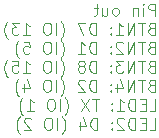
<source format=gbo>
G04 #@! TF.GenerationSoftware,KiCad,Pcbnew,8.0.4*
G04 #@! TF.CreationDate,2024-07-25T21:09:56+02:00*
G04 #@! TF.ProjectId,hmmctrl,686d6d63-7472-46c2-9e6b-696361645f70,rev?*
G04 #@! TF.SameCoordinates,Original*
G04 #@! TF.FileFunction,Legend,Bot*
G04 #@! TF.FilePolarity,Positive*
%FSLAX46Y46*%
G04 Gerber Fmt 4.6, Leading zero omitted, Abs format (unit mm)*
G04 Created by KiCad (PCBNEW 8.0.4) date 2024-07-25 21:09:56*
%MOMM*%
%LPD*%
G01*
G04 APERTURE LIST*
G04 Aperture macros list*
%AMRoundRect*
0 Rectangle with rounded corners*
0 $1 Rounding radius*
0 $2 $3 $4 $5 $6 $7 $8 $9 X,Y pos of 4 corners*
0 Add a 4 corners polygon primitive as box body*
4,1,4,$2,$3,$4,$5,$6,$7,$8,$9,$2,$3,0*
0 Add four circle primitives for the rounded corners*
1,1,$1+$1,$2,$3*
1,1,$1+$1,$4,$5*
1,1,$1+$1,$6,$7*
1,1,$1+$1,$8,$9*
0 Add four rect primitives between the rounded corners*
20,1,$1+$1,$2,$3,$4,$5,0*
20,1,$1+$1,$4,$5,$6,$7,0*
20,1,$1+$1,$6,$7,$8,$9,0*
20,1,$1+$1,$8,$9,$2,$3,0*%
G04 Aperture macros list end*
%ADD10C,0.100000*%
%ADD11RoundRect,0.250000X-0.620000X-0.845000X0.620000X-0.845000X0.620000X0.845000X-0.620000X0.845000X0*%
%ADD12O,1.740000X2.190000*%
%ADD13R,2.000000X2.000000*%
%ADD14O,2.000000X1.600000*%
%ADD15C,0.600000*%
G04 APERTURE END LIST*
D10*
X108696115Y-48912755D02*
X108696115Y-47912755D01*
X108696115Y-47912755D02*
X108315163Y-47912755D01*
X108315163Y-47912755D02*
X108219925Y-47960374D01*
X108219925Y-47960374D02*
X108172306Y-48007993D01*
X108172306Y-48007993D02*
X108124687Y-48103231D01*
X108124687Y-48103231D02*
X108124687Y-48246088D01*
X108124687Y-48246088D02*
X108172306Y-48341326D01*
X108172306Y-48341326D02*
X108219925Y-48388945D01*
X108219925Y-48388945D02*
X108315163Y-48436564D01*
X108315163Y-48436564D02*
X108696115Y-48436564D01*
X107696115Y-48912755D02*
X107696115Y-48246088D01*
X107696115Y-47912755D02*
X107743734Y-47960374D01*
X107743734Y-47960374D02*
X107696115Y-48007993D01*
X107696115Y-48007993D02*
X107648496Y-47960374D01*
X107648496Y-47960374D02*
X107696115Y-47912755D01*
X107696115Y-47912755D02*
X107696115Y-48007993D01*
X107219925Y-48246088D02*
X107219925Y-48912755D01*
X107219925Y-48341326D02*
X107172306Y-48293707D01*
X107172306Y-48293707D02*
X107077068Y-48246088D01*
X107077068Y-48246088D02*
X106934211Y-48246088D01*
X106934211Y-48246088D02*
X106838973Y-48293707D01*
X106838973Y-48293707D02*
X106791354Y-48388945D01*
X106791354Y-48388945D02*
X106791354Y-48912755D01*
X105410401Y-48912755D02*
X105505639Y-48865136D01*
X105505639Y-48865136D02*
X105553258Y-48817516D01*
X105553258Y-48817516D02*
X105600877Y-48722278D01*
X105600877Y-48722278D02*
X105600877Y-48436564D01*
X105600877Y-48436564D02*
X105553258Y-48341326D01*
X105553258Y-48341326D02*
X105505639Y-48293707D01*
X105505639Y-48293707D02*
X105410401Y-48246088D01*
X105410401Y-48246088D02*
X105267544Y-48246088D01*
X105267544Y-48246088D02*
X105172306Y-48293707D01*
X105172306Y-48293707D02*
X105124687Y-48341326D01*
X105124687Y-48341326D02*
X105077068Y-48436564D01*
X105077068Y-48436564D02*
X105077068Y-48722278D01*
X105077068Y-48722278D02*
X105124687Y-48817516D01*
X105124687Y-48817516D02*
X105172306Y-48865136D01*
X105172306Y-48865136D02*
X105267544Y-48912755D01*
X105267544Y-48912755D02*
X105410401Y-48912755D01*
X104219925Y-48246088D02*
X104219925Y-48912755D01*
X104648496Y-48246088D02*
X104648496Y-48769897D01*
X104648496Y-48769897D02*
X104600877Y-48865136D01*
X104600877Y-48865136D02*
X104505639Y-48912755D01*
X104505639Y-48912755D02*
X104362782Y-48912755D01*
X104362782Y-48912755D02*
X104267544Y-48865136D01*
X104267544Y-48865136D02*
X104219925Y-48817516D01*
X103886591Y-48246088D02*
X103505639Y-48246088D01*
X103743734Y-47912755D02*
X103743734Y-48769897D01*
X103743734Y-48769897D02*
X103696115Y-48865136D01*
X103696115Y-48865136D02*
X103600877Y-48912755D01*
X103600877Y-48912755D02*
X103505639Y-48912755D01*
X108362782Y-49998889D02*
X108219925Y-50046508D01*
X108219925Y-50046508D02*
X108172306Y-50094127D01*
X108172306Y-50094127D02*
X108124687Y-50189365D01*
X108124687Y-50189365D02*
X108124687Y-50332222D01*
X108124687Y-50332222D02*
X108172306Y-50427460D01*
X108172306Y-50427460D02*
X108219925Y-50475080D01*
X108219925Y-50475080D02*
X108315163Y-50522699D01*
X108315163Y-50522699D02*
X108696115Y-50522699D01*
X108696115Y-50522699D02*
X108696115Y-49522699D01*
X108696115Y-49522699D02*
X108362782Y-49522699D01*
X108362782Y-49522699D02*
X108267544Y-49570318D01*
X108267544Y-49570318D02*
X108219925Y-49617937D01*
X108219925Y-49617937D02*
X108172306Y-49713175D01*
X108172306Y-49713175D02*
X108172306Y-49808413D01*
X108172306Y-49808413D02*
X108219925Y-49903651D01*
X108219925Y-49903651D02*
X108267544Y-49951270D01*
X108267544Y-49951270D02*
X108362782Y-49998889D01*
X108362782Y-49998889D02*
X108696115Y-49998889D01*
X107838972Y-49522699D02*
X107267544Y-49522699D01*
X107553258Y-50522699D02*
X107553258Y-49522699D01*
X106934210Y-50522699D02*
X106934210Y-49522699D01*
X106934210Y-49522699D02*
X106362782Y-50522699D01*
X106362782Y-50522699D02*
X106362782Y-49522699D01*
X105362782Y-50522699D02*
X105934210Y-50522699D01*
X105648496Y-50522699D02*
X105648496Y-49522699D01*
X105648496Y-49522699D02*
X105743734Y-49665556D01*
X105743734Y-49665556D02*
X105838972Y-49760794D01*
X105838972Y-49760794D02*
X105934210Y-49808413D01*
X104934210Y-50427460D02*
X104886591Y-50475080D01*
X104886591Y-50475080D02*
X104934210Y-50522699D01*
X104934210Y-50522699D02*
X104981829Y-50475080D01*
X104981829Y-50475080D02*
X104934210Y-50427460D01*
X104934210Y-50427460D02*
X104934210Y-50522699D01*
X104934210Y-49903651D02*
X104886591Y-49951270D01*
X104886591Y-49951270D02*
X104934210Y-49998889D01*
X104934210Y-49998889D02*
X104981829Y-49951270D01*
X104981829Y-49951270D02*
X104934210Y-49903651D01*
X104934210Y-49903651D02*
X104934210Y-49998889D01*
X103696115Y-50522699D02*
X103696115Y-49522699D01*
X103696115Y-49522699D02*
X103458020Y-49522699D01*
X103458020Y-49522699D02*
X103315163Y-49570318D01*
X103315163Y-49570318D02*
X103219925Y-49665556D01*
X103219925Y-49665556D02*
X103172306Y-49760794D01*
X103172306Y-49760794D02*
X103124687Y-49951270D01*
X103124687Y-49951270D02*
X103124687Y-50094127D01*
X103124687Y-50094127D02*
X103172306Y-50284603D01*
X103172306Y-50284603D02*
X103219925Y-50379841D01*
X103219925Y-50379841D02*
X103315163Y-50475080D01*
X103315163Y-50475080D02*
X103458020Y-50522699D01*
X103458020Y-50522699D02*
X103696115Y-50522699D01*
X102791353Y-49522699D02*
X102124687Y-49522699D01*
X102124687Y-49522699D02*
X102553258Y-50522699D01*
X100696115Y-50903651D02*
X100743734Y-50856032D01*
X100743734Y-50856032D02*
X100838972Y-50713175D01*
X100838972Y-50713175D02*
X100886591Y-50617937D01*
X100886591Y-50617937D02*
X100934210Y-50475080D01*
X100934210Y-50475080D02*
X100981829Y-50236984D01*
X100981829Y-50236984D02*
X100981829Y-50046508D01*
X100981829Y-50046508D02*
X100934210Y-49808413D01*
X100934210Y-49808413D02*
X100886591Y-49665556D01*
X100886591Y-49665556D02*
X100838972Y-49570318D01*
X100838972Y-49570318D02*
X100743734Y-49427460D01*
X100743734Y-49427460D02*
X100696115Y-49379841D01*
X100315162Y-50522699D02*
X100315162Y-49522699D01*
X99648496Y-49522699D02*
X99458020Y-49522699D01*
X99458020Y-49522699D02*
X99362782Y-49570318D01*
X99362782Y-49570318D02*
X99267544Y-49665556D01*
X99267544Y-49665556D02*
X99219925Y-49856032D01*
X99219925Y-49856032D02*
X99219925Y-50189365D01*
X99219925Y-50189365D02*
X99267544Y-50379841D01*
X99267544Y-50379841D02*
X99362782Y-50475080D01*
X99362782Y-50475080D02*
X99458020Y-50522699D01*
X99458020Y-50522699D02*
X99648496Y-50522699D01*
X99648496Y-50522699D02*
X99743734Y-50475080D01*
X99743734Y-50475080D02*
X99838972Y-50379841D01*
X99838972Y-50379841D02*
X99886591Y-50189365D01*
X99886591Y-50189365D02*
X99886591Y-49856032D01*
X99886591Y-49856032D02*
X99838972Y-49665556D01*
X99838972Y-49665556D02*
X99743734Y-49570318D01*
X99743734Y-49570318D02*
X99648496Y-49522699D01*
X97505639Y-50522699D02*
X98077067Y-50522699D01*
X97791353Y-50522699D02*
X97791353Y-49522699D01*
X97791353Y-49522699D02*
X97886591Y-49665556D01*
X97886591Y-49665556D02*
X97981829Y-49760794D01*
X97981829Y-49760794D02*
X98077067Y-49808413D01*
X97172305Y-49522699D02*
X96553258Y-49522699D01*
X96553258Y-49522699D02*
X96886591Y-49903651D01*
X96886591Y-49903651D02*
X96743734Y-49903651D01*
X96743734Y-49903651D02*
X96648496Y-49951270D01*
X96648496Y-49951270D02*
X96600877Y-49998889D01*
X96600877Y-49998889D02*
X96553258Y-50094127D01*
X96553258Y-50094127D02*
X96553258Y-50332222D01*
X96553258Y-50332222D02*
X96600877Y-50427460D01*
X96600877Y-50427460D02*
X96648496Y-50475080D01*
X96648496Y-50475080D02*
X96743734Y-50522699D01*
X96743734Y-50522699D02*
X97029448Y-50522699D01*
X97029448Y-50522699D02*
X97124686Y-50475080D01*
X97124686Y-50475080D02*
X97172305Y-50427460D01*
X96219924Y-50903651D02*
X96172305Y-50856032D01*
X96172305Y-50856032D02*
X96077067Y-50713175D01*
X96077067Y-50713175D02*
X96029448Y-50617937D01*
X96029448Y-50617937D02*
X95981829Y-50475080D01*
X95981829Y-50475080D02*
X95934210Y-50236984D01*
X95934210Y-50236984D02*
X95934210Y-50046508D01*
X95934210Y-50046508D02*
X95981829Y-49808413D01*
X95981829Y-49808413D02*
X96029448Y-49665556D01*
X96029448Y-49665556D02*
X96077067Y-49570318D01*
X96077067Y-49570318D02*
X96172305Y-49427460D01*
X96172305Y-49427460D02*
X96219924Y-49379841D01*
X108362782Y-51608833D02*
X108219925Y-51656452D01*
X108219925Y-51656452D02*
X108172306Y-51704071D01*
X108172306Y-51704071D02*
X108124687Y-51799309D01*
X108124687Y-51799309D02*
X108124687Y-51942166D01*
X108124687Y-51942166D02*
X108172306Y-52037404D01*
X108172306Y-52037404D02*
X108219925Y-52085024D01*
X108219925Y-52085024D02*
X108315163Y-52132643D01*
X108315163Y-52132643D02*
X108696115Y-52132643D01*
X108696115Y-52132643D02*
X108696115Y-51132643D01*
X108696115Y-51132643D02*
X108362782Y-51132643D01*
X108362782Y-51132643D02*
X108267544Y-51180262D01*
X108267544Y-51180262D02*
X108219925Y-51227881D01*
X108219925Y-51227881D02*
X108172306Y-51323119D01*
X108172306Y-51323119D02*
X108172306Y-51418357D01*
X108172306Y-51418357D02*
X108219925Y-51513595D01*
X108219925Y-51513595D02*
X108267544Y-51561214D01*
X108267544Y-51561214D02*
X108362782Y-51608833D01*
X108362782Y-51608833D02*
X108696115Y-51608833D01*
X107838972Y-51132643D02*
X107267544Y-51132643D01*
X107553258Y-52132643D02*
X107553258Y-51132643D01*
X106934210Y-52132643D02*
X106934210Y-51132643D01*
X106934210Y-51132643D02*
X106362782Y-52132643D01*
X106362782Y-52132643D02*
X106362782Y-51132643D01*
X105934210Y-51227881D02*
X105886591Y-51180262D01*
X105886591Y-51180262D02*
X105791353Y-51132643D01*
X105791353Y-51132643D02*
X105553258Y-51132643D01*
X105553258Y-51132643D02*
X105458020Y-51180262D01*
X105458020Y-51180262D02*
X105410401Y-51227881D01*
X105410401Y-51227881D02*
X105362782Y-51323119D01*
X105362782Y-51323119D02*
X105362782Y-51418357D01*
X105362782Y-51418357D02*
X105410401Y-51561214D01*
X105410401Y-51561214D02*
X105981829Y-52132643D01*
X105981829Y-52132643D02*
X105362782Y-52132643D01*
X104934210Y-52037404D02*
X104886591Y-52085024D01*
X104886591Y-52085024D02*
X104934210Y-52132643D01*
X104934210Y-52132643D02*
X104981829Y-52085024D01*
X104981829Y-52085024D02*
X104934210Y-52037404D01*
X104934210Y-52037404D02*
X104934210Y-52132643D01*
X104934210Y-51513595D02*
X104886591Y-51561214D01*
X104886591Y-51561214D02*
X104934210Y-51608833D01*
X104934210Y-51608833D02*
X104981829Y-51561214D01*
X104981829Y-51561214D02*
X104934210Y-51513595D01*
X104934210Y-51513595D02*
X104934210Y-51608833D01*
X103696115Y-52132643D02*
X103696115Y-51132643D01*
X103696115Y-51132643D02*
X103458020Y-51132643D01*
X103458020Y-51132643D02*
X103315163Y-51180262D01*
X103315163Y-51180262D02*
X103219925Y-51275500D01*
X103219925Y-51275500D02*
X103172306Y-51370738D01*
X103172306Y-51370738D02*
X103124687Y-51561214D01*
X103124687Y-51561214D02*
X103124687Y-51704071D01*
X103124687Y-51704071D02*
X103172306Y-51894547D01*
X103172306Y-51894547D02*
X103219925Y-51989785D01*
X103219925Y-51989785D02*
X103315163Y-52085024D01*
X103315163Y-52085024D02*
X103458020Y-52132643D01*
X103458020Y-52132643D02*
X103696115Y-52132643D01*
X102172306Y-52132643D02*
X102743734Y-52132643D01*
X102458020Y-52132643D02*
X102458020Y-51132643D01*
X102458020Y-51132643D02*
X102553258Y-51275500D01*
X102553258Y-51275500D02*
X102648496Y-51370738D01*
X102648496Y-51370738D02*
X102743734Y-51418357D01*
X100696115Y-52513595D02*
X100743734Y-52465976D01*
X100743734Y-52465976D02*
X100838972Y-52323119D01*
X100838972Y-52323119D02*
X100886591Y-52227881D01*
X100886591Y-52227881D02*
X100934210Y-52085024D01*
X100934210Y-52085024D02*
X100981829Y-51846928D01*
X100981829Y-51846928D02*
X100981829Y-51656452D01*
X100981829Y-51656452D02*
X100934210Y-51418357D01*
X100934210Y-51418357D02*
X100886591Y-51275500D01*
X100886591Y-51275500D02*
X100838972Y-51180262D01*
X100838972Y-51180262D02*
X100743734Y-51037404D01*
X100743734Y-51037404D02*
X100696115Y-50989785D01*
X100315162Y-52132643D02*
X100315162Y-51132643D01*
X99648496Y-51132643D02*
X99458020Y-51132643D01*
X99458020Y-51132643D02*
X99362782Y-51180262D01*
X99362782Y-51180262D02*
X99267544Y-51275500D01*
X99267544Y-51275500D02*
X99219925Y-51465976D01*
X99219925Y-51465976D02*
X99219925Y-51799309D01*
X99219925Y-51799309D02*
X99267544Y-51989785D01*
X99267544Y-51989785D02*
X99362782Y-52085024D01*
X99362782Y-52085024D02*
X99458020Y-52132643D01*
X99458020Y-52132643D02*
X99648496Y-52132643D01*
X99648496Y-52132643D02*
X99743734Y-52085024D01*
X99743734Y-52085024D02*
X99838972Y-51989785D01*
X99838972Y-51989785D02*
X99886591Y-51799309D01*
X99886591Y-51799309D02*
X99886591Y-51465976D01*
X99886591Y-51465976D02*
X99838972Y-51275500D01*
X99838972Y-51275500D02*
X99743734Y-51180262D01*
X99743734Y-51180262D02*
X99648496Y-51132643D01*
X97553258Y-51132643D02*
X98029448Y-51132643D01*
X98029448Y-51132643D02*
X98077067Y-51608833D01*
X98077067Y-51608833D02*
X98029448Y-51561214D01*
X98029448Y-51561214D02*
X97934210Y-51513595D01*
X97934210Y-51513595D02*
X97696115Y-51513595D01*
X97696115Y-51513595D02*
X97600877Y-51561214D01*
X97600877Y-51561214D02*
X97553258Y-51608833D01*
X97553258Y-51608833D02*
X97505639Y-51704071D01*
X97505639Y-51704071D02*
X97505639Y-51942166D01*
X97505639Y-51942166D02*
X97553258Y-52037404D01*
X97553258Y-52037404D02*
X97600877Y-52085024D01*
X97600877Y-52085024D02*
X97696115Y-52132643D01*
X97696115Y-52132643D02*
X97934210Y-52132643D01*
X97934210Y-52132643D02*
X98029448Y-52085024D01*
X98029448Y-52085024D02*
X98077067Y-52037404D01*
X97172305Y-52513595D02*
X97124686Y-52465976D01*
X97124686Y-52465976D02*
X97029448Y-52323119D01*
X97029448Y-52323119D02*
X96981829Y-52227881D01*
X96981829Y-52227881D02*
X96934210Y-52085024D01*
X96934210Y-52085024D02*
X96886591Y-51846928D01*
X96886591Y-51846928D02*
X96886591Y-51656452D01*
X96886591Y-51656452D02*
X96934210Y-51418357D01*
X96934210Y-51418357D02*
X96981829Y-51275500D01*
X96981829Y-51275500D02*
X97029448Y-51180262D01*
X97029448Y-51180262D02*
X97124686Y-51037404D01*
X97124686Y-51037404D02*
X97172305Y-50989785D01*
X108362782Y-53218777D02*
X108219925Y-53266396D01*
X108219925Y-53266396D02*
X108172306Y-53314015D01*
X108172306Y-53314015D02*
X108124687Y-53409253D01*
X108124687Y-53409253D02*
X108124687Y-53552110D01*
X108124687Y-53552110D02*
X108172306Y-53647348D01*
X108172306Y-53647348D02*
X108219925Y-53694968D01*
X108219925Y-53694968D02*
X108315163Y-53742587D01*
X108315163Y-53742587D02*
X108696115Y-53742587D01*
X108696115Y-53742587D02*
X108696115Y-52742587D01*
X108696115Y-52742587D02*
X108362782Y-52742587D01*
X108362782Y-52742587D02*
X108267544Y-52790206D01*
X108267544Y-52790206D02*
X108219925Y-52837825D01*
X108219925Y-52837825D02*
X108172306Y-52933063D01*
X108172306Y-52933063D02*
X108172306Y-53028301D01*
X108172306Y-53028301D02*
X108219925Y-53123539D01*
X108219925Y-53123539D02*
X108267544Y-53171158D01*
X108267544Y-53171158D02*
X108362782Y-53218777D01*
X108362782Y-53218777D02*
X108696115Y-53218777D01*
X107838972Y-52742587D02*
X107267544Y-52742587D01*
X107553258Y-53742587D02*
X107553258Y-52742587D01*
X106934210Y-53742587D02*
X106934210Y-52742587D01*
X106934210Y-52742587D02*
X106362782Y-53742587D01*
X106362782Y-53742587D02*
X106362782Y-52742587D01*
X105981829Y-52742587D02*
X105362782Y-52742587D01*
X105362782Y-52742587D02*
X105696115Y-53123539D01*
X105696115Y-53123539D02*
X105553258Y-53123539D01*
X105553258Y-53123539D02*
X105458020Y-53171158D01*
X105458020Y-53171158D02*
X105410401Y-53218777D01*
X105410401Y-53218777D02*
X105362782Y-53314015D01*
X105362782Y-53314015D02*
X105362782Y-53552110D01*
X105362782Y-53552110D02*
X105410401Y-53647348D01*
X105410401Y-53647348D02*
X105458020Y-53694968D01*
X105458020Y-53694968D02*
X105553258Y-53742587D01*
X105553258Y-53742587D02*
X105838972Y-53742587D01*
X105838972Y-53742587D02*
X105934210Y-53694968D01*
X105934210Y-53694968D02*
X105981829Y-53647348D01*
X104934210Y-53647348D02*
X104886591Y-53694968D01*
X104886591Y-53694968D02*
X104934210Y-53742587D01*
X104934210Y-53742587D02*
X104981829Y-53694968D01*
X104981829Y-53694968D02*
X104934210Y-53647348D01*
X104934210Y-53647348D02*
X104934210Y-53742587D01*
X104934210Y-53123539D02*
X104886591Y-53171158D01*
X104886591Y-53171158D02*
X104934210Y-53218777D01*
X104934210Y-53218777D02*
X104981829Y-53171158D01*
X104981829Y-53171158D02*
X104934210Y-53123539D01*
X104934210Y-53123539D02*
X104934210Y-53218777D01*
X103696115Y-53742587D02*
X103696115Y-52742587D01*
X103696115Y-52742587D02*
X103458020Y-52742587D01*
X103458020Y-52742587D02*
X103315163Y-52790206D01*
X103315163Y-52790206D02*
X103219925Y-52885444D01*
X103219925Y-52885444D02*
X103172306Y-52980682D01*
X103172306Y-52980682D02*
X103124687Y-53171158D01*
X103124687Y-53171158D02*
X103124687Y-53314015D01*
X103124687Y-53314015D02*
X103172306Y-53504491D01*
X103172306Y-53504491D02*
X103219925Y-53599729D01*
X103219925Y-53599729D02*
X103315163Y-53694968D01*
X103315163Y-53694968D02*
X103458020Y-53742587D01*
X103458020Y-53742587D02*
X103696115Y-53742587D01*
X102553258Y-53171158D02*
X102648496Y-53123539D01*
X102648496Y-53123539D02*
X102696115Y-53075920D01*
X102696115Y-53075920D02*
X102743734Y-52980682D01*
X102743734Y-52980682D02*
X102743734Y-52933063D01*
X102743734Y-52933063D02*
X102696115Y-52837825D01*
X102696115Y-52837825D02*
X102648496Y-52790206D01*
X102648496Y-52790206D02*
X102553258Y-52742587D01*
X102553258Y-52742587D02*
X102362782Y-52742587D01*
X102362782Y-52742587D02*
X102267544Y-52790206D01*
X102267544Y-52790206D02*
X102219925Y-52837825D01*
X102219925Y-52837825D02*
X102172306Y-52933063D01*
X102172306Y-52933063D02*
X102172306Y-52980682D01*
X102172306Y-52980682D02*
X102219925Y-53075920D01*
X102219925Y-53075920D02*
X102267544Y-53123539D01*
X102267544Y-53123539D02*
X102362782Y-53171158D01*
X102362782Y-53171158D02*
X102553258Y-53171158D01*
X102553258Y-53171158D02*
X102648496Y-53218777D01*
X102648496Y-53218777D02*
X102696115Y-53266396D01*
X102696115Y-53266396D02*
X102743734Y-53361634D01*
X102743734Y-53361634D02*
X102743734Y-53552110D01*
X102743734Y-53552110D02*
X102696115Y-53647348D01*
X102696115Y-53647348D02*
X102648496Y-53694968D01*
X102648496Y-53694968D02*
X102553258Y-53742587D01*
X102553258Y-53742587D02*
X102362782Y-53742587D01*
X102362782Y-53742587D02*
X102267544Y-53694968D01*
X102267544Y-53694968D02*
X102219925Y-53647348D01*
X102219925Y-53647348D02*
X102172306Y-53552110D01*
X102172306Y-53552110D02*
X102172306Y-53361634D01*
X102172306Y-53361634D02*
X102219925Y-53266396D01*
X102219925Y-53266396D02*
X102267544Y-53218777D01*
X102267544Y-53218777D02*
X102362782Y-53171158D01*
X100696115Y-54123539D02*
X100743734Y-54075920D01*
X100743734Y-54075920D02*
X100838972Y-53933063D01*
X100838972Y-53933063D02*
X100886591Y-53837825D01*
X100886591Y-53837825D02*
X100934210Y-53694968D01*
X100934210Y-53694968D02*
X100981829Y-53456872D01*
X100981829Y-53456872D02*
X100981829Y-53266396D01*
X100981829Y-53266396D02*
X100934210Y-53028301D01*
X100934210Y-53028301D02*
X100886591Y-52885444D01*
X100886591Y-52885444D02*
X100838972Y-52790206D01*
X100838972Y-52790206D02*
X100743734Y-52647348D01*
X100743734Y-52647348D02*
X100696115Y-52599729D01*
X100315162Y-53742587D02*
X100315162Y-52742587D01*
X99648496Y-52742587D02*
X99458020Y-52742587D01*
X99458020Y-52742587D02*
X99362782Y-52790206D01*
X99362782Y-52790206D02*
X99267544Y-52885444D01*
X99267544Y-52885444D02*
X99219925Y-53075920D01*
X99219925Y-53075920D02*
X99219925Y-53409253D01*
X99219925Y-53409253D02*
X99267544Y-53599729D01*
X99267544Y-53599729D02*
X99362782Y-53694968D01*
X99362782Y-53694968D02*
X99458020Y-53742587D01*
X99458020Y-53742587D02*
X99648496Y-53742587D01*
X99648496Y-53742587D02*
X99743734Y-53694968D01*
X99743734Y-53694968D02*
X99838972Y-53599729D01*
X99838972Y-53599729D02*
X99886591Y-53409253D01*
X99886591Y-53409253D02*
X99886591Y-53075920D01*
X99886591Y-53075920D02*
X99838972Y-52885444D01*
X99838972Y-52885444D02*
X99743734Y-52790206D01*
X99743734Y-52790206D02*
X99648496Y-52742587D01*
X97505639Y-53742587D02*
X98077067Y-53742587D01*
X97791353Y-53742587D02*
X97791353Y-52742587D01*
X97791353Y-52742587D02*
X97886591Y-52885444D01*
X97886591Y-52885444D02*
X97981829Y-52980682D01*
X97981829Y-52980682D02*
X98077067Y-53028301D01*
X96600877Y-52742587D02*
X97077067Y-52742587D01*
X97077067Y-52742587D02*
X97124686Y-53218777D01*
X97124686Y-53218777D02*
X97077067Y-53171158D01*
X97077067Y-53171158D02*
X96981829Y-53123539D01*
X96981829Y-53123539D02*
X96743734Y-53123539D01*
X96743734Y-53123539D02*
X96648496Y-53171158D01*
X96648496Y-53171158D02*
X96600877Y-53218777D01*
X96600877Y-53218777D02*
X96553258Y-53314015D01*
X96553258Y-53314015D02*
X96553258Y-53552110D01*
X96553258Y-53552110D02*
X96600877Y-53647348D01*
X96600877Y-53647348D02*
X96648496Y-53694968D01*
X96648496Y-53694968D02*
X96743734Y-53742587D01*
X96743734Y-53742587D02*
X96981829Y-53742587D01*
X96981829Y-53742587D02*
X97077067Y-53694968D01*
X97077067Y-53694968D02*
X97124686Y-53647348D01*
X96219924Y-54123539D02*
X96172305Y-54075920D01*
X96172305Y-54075920D02*
X96077067Y-53933063D01*
X96077067Y-53933063D02*
X96029448Y-53837825D01*
X96029448Y-53837825D02*
X95981829Y-53694968D01*
X95981829Y-53694968D02*
X95934210Y-53456872D01*
X95934210Y-53456872D02*
X95934210Y-53266396D01*
X95934210Y-53266396D02*
X95981829Y-53028301D01*
X95981829Y-53028301D02*
X96029448Y-52885444D01*
X96029448Y-52885444D02*
X96077067Y-52790206D01*
X96077067Y-52790206D02*
X96172305Y-52647348D01*
X96172305Y-52647348D02*
X96219924Y-52599729D01*
X108362782Y-54828721D02*
X108219925Y-54876340D01*
X108219925Y-54876340D02*
X108172306Y-54923959D01*
X108172306Y-54923959D02*
X108124687Y-55019197D01*
X108124687Y-55019197D02*
X108124687Y-55162054D01*
X108124687Y-55162054D02*
X108172306Y-55257292D01*
X108172306Y-55257292D02*
X108219925Y-55304912D01*
X108219925Y-55304912D02*
X108315163Y-55352531D01*
X108315163Y-55352531D02*
X108696115Y-55352531D01*
X108696115Y-55352531D02*
X108696115Y-54352531D01*
X108696115Y-54352531D02*
X108362782Y-54352531D01*
X108362782Y-54352531D02*
X108267544Y-54400150D01*
X108267544Y-54400150D02*
X108219925Y-54447769D01*
X108219925Y-54447769D02*
X108172306Y-54543007D01*
X108172306Y-54543007D02*
X108172306Y-54638245D01*
X108172306Y-54638245D02*
X108219925Y-54733483D01*
X108219925Y-54733483D02*
X108267544Y-54781102D01*
X108267544Y-54781102D02*
X108362782Y-54828721D01*
X108362782Y-54828721D02*
X108696115Y-54828721D01*
X107838972Y-54352531D02*
X107267544Y-54352531D01*
X107553258Y-55352531D02*
X107553258Y-54352531D01*
X106934210Y-55352531D02*
X106934210Y-54352531D01*
X106934210Y-54352531D02*
X106362782Y-55352531D01*
X106362782Y-55352531D02*
X106362782Y-54352531D01*
X105458020Y-54685864D02*
X105458020Y-55352531D01*
X105696115Y-54304912D02*
X105934210Y-55019197D01*
X105934210Y-55019197D02*
X105315163Y-55019197D01*
X104934210Y-55257292D02*
X104886591Y-55304912D01*
X104886591Y-55304912D02*
X104934210Y-55352531D01*
X104934210Y-55352531D02*
X104981829Y-55304912D01*
X104981829Y-55304912D02*
X104934210Y-55257292D01*
X104934210Y-55257292D02*
X104934210Y-55352531D01*
X104934210Y-54733483D02*
X104886591Y-54781102D01*
X104886591Y-54781102D02*
X104934210Y-54828721D01*
X104934210Y-54828721D02*
X104981829Y-54781102D01*
X104981829Y-54781102D02*
X104934210Y-54733483D01*
X104934210Y-54733483D02*
X104934210Y-54828721D01*
X103696115Y-55352531D02*
X103696115Y-54352531D01*
X103696115Y-54352531D02*
X103458020Y-54352531D01*
X103458020Y-54352531D02*
X103315163Y-54400150D01*
X103315163Y-54400150D02*
X103219925Y-54495388D01*
X103219925Y-54495388D02*
X103172306Y-54590626D01*
X103172306Y-54590626D02*
X103124687Y-54781102D01*
X103124687Y-54781102D02*
X103124687Y-54923959D01*
X103124687Y-54923959D02*
X103172306Y-55114435D01*
X103172306Y-55114435D02*
X103219925Y-55209673D01*
X103219925Y-55209673D02*
X103315163Y-55304912D01*
X103315163Y-55304912D02*
X103458020Y-55352531D01*
X103458020Y-55352531D02*
X103696115Y-55352531D01*
X102743734Y-54447769D02*
X102696115Y-54400150D01*
X102696115Y-54400150D02*
X102600877Y-54352531D01*
X102600877Y-54352531D02*
X102362782Y-54352531D01*
X102362782Y-54352531D02*
X102267544Y-54400150D01*
X102267544Y-54400150D02*
X102219925Y-54447769D01*
X102219925Y-54447769D02*
X102172306Y-54543007D01*
X102172306Y-54543007D02*
X102172306Y-54638245D01*
X102172306Y-54638245D02*
X102219925Y-54781102D01*
X102219925Y-54781102D02*
X102791353Y-55352531D01*
X102791353Y-55352531D02*
X102172306Y-55352531D01*
X100696115Y-55733483D02*
X100743734Y-55685864D01*
X100743734Y-55685864D02*
X100838972Y-55543007D01*
X100838972Y-55543007D02*
X100886591Y-55447769D01*
X100886591Y-55447769D02*
X100934210Y-55304912D01*
X100934210Y-55304912D02*
X100981829Y-55066816D01*
X100981829Y-55066816D02*
X100981829Y-54876340D01*
X100981829Y-54876340D02*
X100934210Y-54638245D01*
X100934210Y-54638245D02*
X100886591Y-54495388D01*
X100886591Y-54495388D02*
X100838972Y-54400150D01*
X100838972Y-54400150D02*
X100743734Y-54257292D01*
X100743734Y-54257292D02*
X100696115Y-54209673D01*
X100315162Y-55352531D02*
X100315162Y-54352531D01*
X99648496Y-54352531D02*
X99458020Y-54352531D01*
X99458020Y-54352531D02*
X99362782Y-54400150D01*
X99362782Y-54400150D02*
X99267544Y-54495388D01*
X99267544Y-54495388D02*
X99219925Y-54685864D01*
X99219925Y-54685864D02*
X99219925Y-55019197D01*
X99219925Y-55019197D02*
X99267544Y-55209673D01*
X99267544Y-55209673D02*
X99362782Y-55304912D01*
X99362782Y-55304912D02*
X99458020Y-55352531D01*
X99458020Y-55352531D02*
X99648496Y-55352531D01*
X99648496Y-55352531D02*
X99743734Y-55304912D01*
X99743734Y-55304912D02*
X99838972Y-55209673D01*
X99838972Y-55209673D02*
X99886591Y-55019197D01*
X99886591Y-55019197D02*
X99886591Y-54685864D01*
X99886591Y-54685864D02*
X99838972Y-54495388D01*
X99838972Y-54495388D02*
X99743734Y-54400150D01*
X99743734Y-54400150D02*
X99648496Y-54352531D01*
X97600877Y-54685864D02*
X97600877Y-55352531D01*
X97838972Y-54304912D02*
X98077067Y-55019197D01*
X98077067Y-55019197D02*
X97458020Y-55019197D01*
X97172305Y-55733483D02*
X97124686Y-55685864D01*
X97124686Y-55685864D02*
X97029448Y-55543007D01*
X97029448Y-55543007D02*
X96981829Y-55447769D01*
X96981829Y-55447769D02*
X96934210Y-55304912D01*
X96934210Y-55304912D02*
X96886591Y-55066816D01*
X96886591Y-55066816D02*
X96886591Y-54876340D01*
X96886591Y-54876340D02*
X96934210Y-54638245D01*
X96934210Y-54638245D02*
X96981829Y-54495388D01*
X96981829Y-54495388D02*
X97029448Y-54400150D01*
X97029448Y-54400150D02*
X97124686Y-54257292D01*
X97124686Y-54257292D02*
X97172305Y-54209673D01*
X108219925Y-56962475D02*
X108696115Y-56962475D01*
X108696115Y-56962475D02*
X108696115Y-55962475D01*
X107886591Y-56438665D02*
X107553258Y-56438665D01*
X107410401Y-56962475D02*
X107886591Y-56962475D01*
X107886591Y-56962475D02*
X107886591Y-55962475D01*
X107886591Y-55962475D02*
X107410401Y-55962475D01*
X106981829Y-56962475D02*
X106981829Y-55962475D01*
X106981829Y-55962475D02*
X106743734Y-55962475D01*
X106743734Y-55962475D02*
X106600877Y-56010094D01*
X106600877Y-56010094D02*
X106505639Y-56105332D01*
X106505639Y-56105332D02*
X106458020Y-56200570D01*
X106458020Y-56200570D02*
X106410401Y-56391046D01*
X106410401Y-56391046D02*
X106410401Y-56533903D01*
X106410401Y-56533903D02*
X106458020Y-56724379D01*
X106458020Y-56724379D02*
X106505639Y-56819617D01*
X106505639Y-56819617D02*
X106600877Y-56914856D01*
X106600877Y-56914856D02*
X106743734Y-56962475D01*
X106743734Y-56962475D02*
X106981829Y-56962475D01*
X105458020Y-56962475D02*
X106029448Y-56962475D01*
X105743734Y-56962475D02*
X105743734Y-55962475D01*
X105743734Y-55962475D02*
X105838972Y-56105332D01*
X105838972Y-56105332D02*
X105934210Y-56200570D01*
X105934210Y-56200570D02*
X106029448Y-56248189D01*
X105029448Y-56867236D02*
X104981829Y-56914856D01*
X104981829Y-56914856D02*
X105029448Y-56962475D01*
X105029448Y-56962475D02*
X105077067Y-56914856D01*
X105077067Y-56914856D02*
X105029448Y-56867236D01*
X105029448Y-56867236D02*
X105029448Y-56962475D01*
X105029448Y-56343427D02*
X104981829Y-56391046D01*
X104981829Y-56391046D02*
X105029448Y-56438665D01*
X105029448Y-56438665D02*
X105077067Y-56391046D01*
X105077067Y-56391046D02*
X105029448Y-56343427D01*
X105029448Y-56343427D02*
X105029448Y-56438665D01*
X103934210Y-55962475D02*
X103362782Y-55962475D01*
X103648496Y-56962475D02*
X103648496Y-55962475D01*
X103124686Y-55962475D02*
X102458020Y-56962475D01*
X102458020Y-55962475D02*
X103124686Y-56962475D01*
X101029448Y-57343427D02*
X101077067Y-57295808D01*
X101077067Y-57295808D02*
X101172305Y-57152951D01*
X101172305Y-57152951D02*
X101219924Y-57057713D01*
X101219924Y-57057713D02*
X101267543Y-56914856D01*
X101267543Y-56914856D02*
X101315162Y-56676760D01*
X101315162Y-56676760D02*
X101315162Y-56486284D01*
X101315162Y-56486284D02*
X101267543Y-56248189D01*
X101267543Y-56248189D02*
X101219924Y-56105332D01*
X101219924Y-56105332D02*
X101172305Y-56010094D01*
X101172305Y-56010094D02*
X101077067Y-55867236D01*
X101077067Y-55867236D02*
X101029448Y-55819617D01*
X100648495Y-56962475D02*
X100648495Y-55962475D01*
X99981829Y-55962475D02*
X99791353Y-55962475D01*
X99791353Y-55962475D02*
X99696115Y-56010094D01*
X99696115Y-56010094D02*
X99600877Y-56105332D01*
X99600877Y-56105332D02*
X99553258Y-56295808D01*
X99553258Y-56295808D02*
X99553258Y-56629141D01*
X99553258Y-56629141D02*
X99600877Y-56819617D01*
X99600877Y-56819617D02*
X99696115Y-56914856D01*
X99696115Y-56914856D02*
X99791353Y-56962475D01*
X99791353Y-56962475D02*
X99981829Y-56962475D01*
X99981829Y-56962475D02*
X100077067Y-56914856D01*
X100077067Y-56914856D02*
X100172305Y-56819617D01*
X100172305Y-56819617D02*
X100219924Y-56629141D01*
X100219924Y-56629141D02*
X100219924Y-56295808D01*
X100219924Y-56295808D02*
X100172305Y-56105332D01*
X100172305Y-56105332D02*
X100077067Y-56010094D01*
X100077067Y-56010094D02*
X99981829Y-55962475D01*
X97838972Y-56962475D02*
X98410400Y-56962475D01*
X98124686Y-56962475D02*
X98124686Y-55962475D01*
X98124686Y-55962475D02*
X98219924Y-56105332D01*
X98219924Y-56105332D02*
X98315162Y-56200570D01*
X98315162Y-56200570D02*
X98410400Y-56248189D01*
X97505638Y-57343427D02*
X97458019Y-57295808D01*
X97458019Y-57295808D02*
X97362781Y-57152951D01*
X97362781Y-57152951D02*
X97315162Y-57057713D01*
X97315162Y-57057713D02*
X97267543Y-56914856D01*
X97267543Y-56914856D02*
X97219924Y-56676760D01*
X97219924Y-56676760D02*
X97219924Y-56486284D01*
X97219924Y-56486284D02*
X97267543Y-56248189D01*
X97267543Y-56248189D02*
X97315162Y-56105332D01*
X97315162Y-56105332D02*
X97362781Y-56010094D01*
X97362781Y-56010094D02*
X97458019Y-55867236D01*
X97458019Y-55867236D02*
X97505638Y-55819617D01*
X108219925Y-58572419D02*
X108696115Y-58572419D01*
X108696115Y-58572419D02*
X108696115Y-57572419D01*
X107886591Y-58048609D02*
X107553258Y-58048609D01*
X107410401Y-58572419D02*
X107886591Y-58572419D01*
X107886591Y-58572419D02*
X107886591Y-57572419D01*
X107886591Y-57572419D02*
X107410401Y-57572419D01*
X106981829Y-58572419D02*
X106981829Y-57572419D01*
X106981829Y-57572419D02*
X106743734Y-57572419D01*
X106743734Y-57572419D02*
X106600877Y-57620038D01*
X106600877Y-57620038D02*
X106505639Y-57715276D01*
X106505639Y-57715276D02*
X106458020Y-57810514D01*
X106458020Y-57810514D02*
X106410401Y-58000990D01*
X106410401Y-58000990D02*
X106410401Y-58143847D01*
X106410401Y-58143847D02*
X106458020Y-58334323D01*
X106458020Y-58334323D02*
X106505639Y-58429561D01*
X106505639Y-58429561D02*
X106600877Y-58524800D01*
X106600877Y-58524800D02*
X106743734Y-58572419D01*
X106743734Y-58572419D02*
X106981829Y-58572419D01*
X106029448Y-57667657D02*
X105981829Y-57620038D01*
X105981829Y-57620038D02*
X105886591Y-57572419D01*
X105886591Y-57572419D02*
X105648496Y-57572419D01*
X105648496Y-57572419D02*
X105553258Y-57620038D01*
X105553258Y-57620038D02*
X105505639Y-57667657D01*
X105505639Y-57667657D02*
X105458020Y-57762895D01*
X105458020Y-57762895D02*
X105458020Y-57858133D01*
X105458020Y-57858133D02*
X105505639Y-58000990D01*
X105505639Y-58000990D02*
X106077067Y-58572419D01*
X106077067Y-58572419D02*
X105458020Y-58572419D01*
X105029448Y-58477180D02*
X104981829Y-58524800D01*
X104981829Y-58524800D02*
X105029448Y-58572419D01*
X105029448Y-58572419D02*
X105077067Y-58524800D01*
X105077067Y-58524800D02*
X105029448Y-58477180D01*
X105029448Y-58477180D02*
X105029448Y-58572419D01*
X105029448Y-57953371D02*
X104981829Y-58000990D01*
X104981829Y-58000990D02*
X105029448Y-58048609D01*
X105029448Y-58048609D02*
X105077067Y-58000990D01*
X105077067Y-58000990D02*
X105029448Y-57953371D01*
X105029448Y-57953371D02*
X105029448Y-58048609D01*
X103791353Y-58572419D02*
X103791353Y-57572419D01*
X103791353Y-57572419D02*
X103553258Y-57572419D01*
X103553258Y-57572419D02*
X103410401Y-57620038D01*
X103410401Y-57620038D02*
X103315163Y-57715276D01*
X103315163Y-57715276D02*
X103267544Y-57810514D01*
X103267544Y-57810514D02*
X103219925Y-58000990D01*
X103219925Y-58000990D02*
X103219925Y-58143847D01*
X103219925Y-58143847D02*
X103267544Y-58334323D01*
X103267544Y-58334323D02*
X103315163Y-58429561D01*
X103315163Y-58429561D02*
X103410401Y-58524800D01*
X103410401Y-58524800D02*
X103553258Y-58572419D01*
X103553258Y-58572419D02*
X103791353Y-58572419D01*
X102362782Y-57905752D02*
X102362782Y-58572419D01*
X102600877Y-57524800D02*
X102838972Y-58239085D01*
X102838972Y-58239085D02*
X102219925Y-58239085D01*
X100791353Y-58953371D02*
X100838972Y-58905752D01*
X100838972Y-58905752D02*
X100934210Y-58762895D01*
X100934210Y-58762895D02*
X100981829Y-58667657D01*
X100981829Y-58667657D02*
X101029448Y-58524800D01*
X101029448Y-58524800D02*
X101077067Y-58286704D01*
X101077067Y-58286704D02*
X101077067Y-58096228D01*
X101077067Y-58096228D02*
X101029448Y-57858133D01*
X101029448Y-57858133D02*
X100981829Y-57715276D01*
X100981829Y-57715276D02*
X100934210Y-57620038D01*
X100934210Y-57620038D02*
X100838972Y-57477180D01*
X100838972Y-57477180D02*
X100791353Y-57429561D01*
X100410400Y-58572419D02*
X100410400Y-57572419D01*
X99743734Y-57572419D02*
X99553258Y-57572419D01*
X99553258Y-57572419D02*
X99458020Y-57620038D01*
X99458020Y-57620038D02*
X99362782Y-57715276D01*
X99362782Y-57715276D02*
X99315163Y-57905752D01*
X99315163Y-57905752D02*
X99315163Y-58239085D01*
X99315163Y-58239085D02*
X99362782Y-58429561D01*
X99362782Y-58429561D02*
X99458020Y-58524800D01*
X99458020Y-58524800D02*
X99553258Y-58572419D01*
X99553258Y-58572419D02*
X99743734Y-58572419D01*
X99743734Y-58572419D02*
X99838972Y-58524800D01*
X99838972Y-58524800D02*
X99934210Y-58429561D01*
X99934210Y-58429561D02*
X99981829Y-58239085D01*
X99981829Y-58239085D02*
X99981829Y-57905752D01*
X99981829Y-57905752D02*
X99934210Y-57715276D01*
X99934210Y-57715276D02*
X99838972Y-57620038D01*
X99838972Y-57620038D02*
X99743734Y-57572419D01*
X98172305Y-57667657D02*
X98124686Y-57620038D01*
X98124686Y-57620038D02*
X98029448Y-57572419D01*
X98029448Y-57572419D02*
X97791353Y-57572419D01*
X97791353Y-57572419D02*
X97696115Y-57620038D01*
X97696115Y-57620038D02*
X97648496Y-57667657D01*
X97648496Y-57667657D02*
X97600877Y-57762895D01*
X97600877Y-57762895D02*
X97600877Y-57858133D01*
X97600877Y-57858133D02*
X97648496Y-58000990D01*
X97648496Y-58000990D02*
X98219924Y-58572419D01*
X98219924Y-58572419D02*
X97600877Y-58572419D01*
X97267543Y-58953371D02*
X97219924Y-58905752D01*
X97219924Y-58905752D02*
X97124686Y-58762895D01*
X97124686Y-58762895D02*
X97077067Y-58667657D01*
X97077067Y-58667657D02*
X97029448Y-58524800D01*
X97029448Y-58524800D02*
X96981829Y-58286704D01*
X96981829Y-58286704D02*
X96981829Y-58096228D01*
X96981829Y-58096228D02*
X97029448Y-57858133D01*
X97029448Y-57858133D02*
X97077067Y-57715276D01*
X97077067Y-57715276D02*
X97124686Y-57620038D01*
X97124686Y-57620038D02*
X97219924Y-57477180D01*
X97219924Y-57477180D02*
X97267543Y-57429561D01*
%LPC*%
D11*
X90760000Y-69850000D03*
D12*
X93300000Y-69850000D03*
X95840000Y-69850000D03*
D11*
X99675000Y-78050000D03*
D12*
X102215000Y-78050000D03*
X104755000Y-78050000D03*
D11*
X90750000Y-78050000D03*
D12*
X93290000Y-78050000D03*
X95830000Y-78050000D03*
D11*
X90730000Y-86230000D03*
D12*
X93270000Y-86230000D03*
X95810000Y-86230000D03*
X98350000Y-86230000D03*
D11*
X108620000Y-69850000D03*
D12*
X111160000Y-69850000D03*
X113700000Y-69850000D03*
D11*
X99670000Y-69850000D03*
D12*
X102210000Y-69850000D03*
X104750000Y-69850000D03*
D11*
X111160000Y-86230000D03*
D12*
X113700000Y-86230000D03*
D11*
X108600000Y-78055000D03*
D12*
X111140000Y-78055000D03*
X113680000Y-78055000D03*
D13*
X90755000Y-38310000D03*
D14*
X90755000Y-40850000D03*
X90755000Y-43390000D03*
X90755000Y-45930000D03*
X90755000Y-48470000D03*
X90755000Y-51010000D03*
X90755000Y-53550000D03*
X90755000Y-56090000D03*
X113615000Y-56090000D03*
X113615000Y-53550000D03*
X113615000Y-51010000D03*
X113615000Y-48470000D03*
X113615000Y-45930000D03*
X113615000Y-43390000D03*
X113615000Y-40850000D03*
X113615000Y-38310000D03*
D15*
X108200000Y-43400000D03*
X108200000Y-45900000D03*
%LPD*%
M02*

</source>
